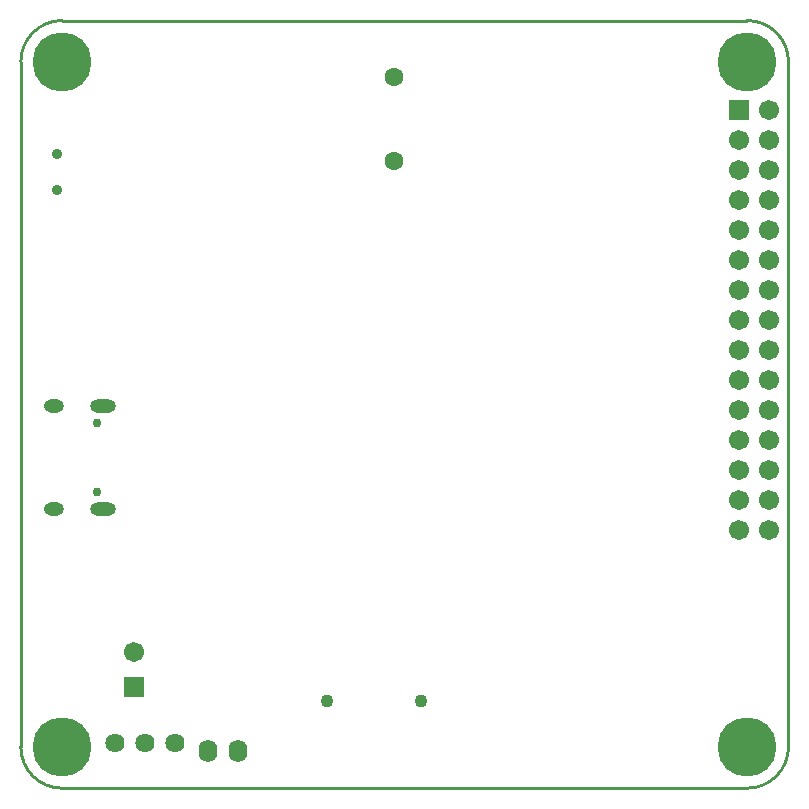
<source format=gbs>
G04*
G04 #@! TF.GenerationSoftware,Altium Limited,Altium Designer,20.2.6 (244)*
G04*
G04 Layer_Color=16711935*
%FSLAX25Y25*%
%MOIN*%
G70*
G04*
G04 #@! TF.SameCoordinates,53242240-AA46-4597-B95F-6874191C8742*
G04*
G04*
G04 #@! TF.FilePolarity,Negative*
G04*
G01*
G75*
%ADD12C,0.01000*%
%ADD93C,0.03550*%
%ADD139O,0.06699X0.04337*%
%ADD140O,0.08668X0.04337*%
%ADD141C,0.02959*%
%ADD142C,0.06400*%
%ADD143C,0.19685*%
%ADD144C,0.06306*%
%ADD145O,0.06306X0.07487*%
%ADD146C,0.06699*%
%ADD147R,0.06699X0.06699*%
%ADD148C,0.04337*%
D12*
X255906Y242126D02*
G03*
X242126Y255906I-13780J0D01*
G01*
Y0D02*
G03*
X255906Y13780I0J13780D01*
G01*
X0D02*
G03*
X13780Y0I13780J0D01*
G01*
Y255906D02*
G03*
X0Y242126I0J-13780D01*
G01*
X13780Y0D02*
X242126D01*
X255906Y13780D02*
Y242126D01*
X13780Y255906D02*
X242126D01*
X0Y13780D02*
Y242126D01*
D93*
X12000Y199495D02*
D03*
Y211305D02*
D03*
D139*
X11043Y93228D02*
D03*
Y127244D02*
D03*
D140*
X27500Y93228D02*
D03*
Y127244D02*
D03*
D141*
X25413Y98858D02*
D03*
Y121614D02*
D03*
D142*
X31300Y15000D02*
D03*
X41300D02*
D03*
X51300D02*
D03*
D143*
X242126Y242126D02*
D03*
Y13780D02*
D03*
X13780Y242126D02*
D03*
Y13780D02*
D03*
D144*
X124500Y209047D02*
D03*
Y237000D02*
D03*
D145*
X72500Y12500D02*
D03*
X62500D02*
D03*
D146*
X239500Y176000D02*
D03*
X249500Y226000D02*
D03*
X239500Y216000D02*
D03*
X249500D02*
D03*
X239500Y206000D02*
D03*
X249500D02*
D03*
X239500Y196000D02*
D03*
X249500D02*
D03*
X239500Y186000D02*
D03*
X249500D02*
D03*
Y176000D02*
D03*
X239500Y166000D02*
D03*
X249500D02*
D03*
X239500Y156000D02*
D03*
X249500D02*
D03*
X239500Y146000D02*
D03*
X249500D02*
D03*
X239500Y136000D02*
D03*
X249500D02*
D03*
X239500Y126000D02*
D03*
X249500D02*
D03*
X239500Y116000D02*
D03*
X249500D02*
D03*
X239500Y106000D02*
D03*
X249500D02*
D03*
X239500Y96000D02*
D03*
X249500D02*
D03*
X239500Y86000D02*
D03*
X249500D02*
D03*
X37600Y45411D02*
D03*
D147*
X239500Y226000D02*
D03*
X37600Y33600D02*
D03*
D148*
X101984Y29161D02*
D03*
X133480D02*
D03*
M02*

</source>
